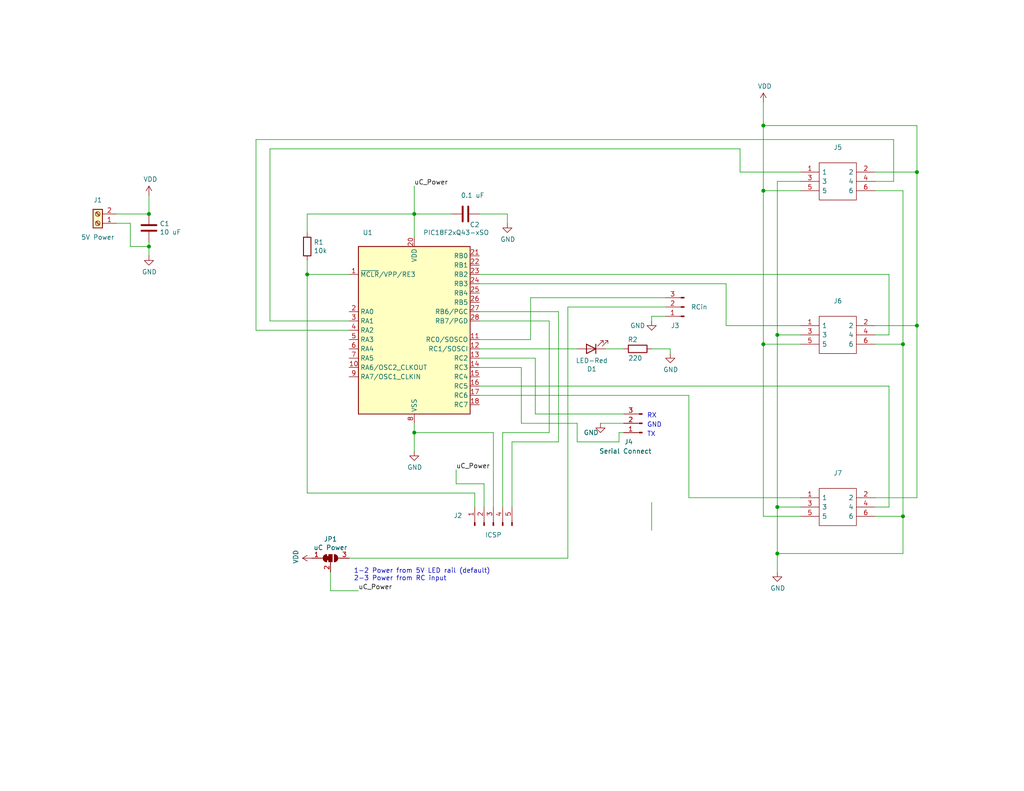
<source format=kicad_sch>
(kicad_sch (version 20211123) (generator eeschema)
  (paper "A")
  (title_block (title "LED Controller") (date "2021-02-14") (rev "V1") (company "Quantum Empbedded Systems"))
  (lib_symbols
    (symbol "Connector:Conn_01x03_Male" (pin_names (offset 1.016) hide)
      (property "Reference" "J" (at 0 5.08 0))
      (property "Value" "Conn_01x03_Male" (at 0 -5.08 0))
      (symbol "Conn_01x03_Male_1_1"
        (polyline (pts (xy 1.27 -2.54) (xy 0.8636 -2.54)) (stroke (width 0.1524)))
        (polyline (pts (xy 1.27 0) (xy 0.8636 0)) (stroke (width 0.1524)))
        (polyline (pts (xy 1.27 2.54) (xy 0.8636 2.54)) (stroke (width 0.1524)))
        (rectangle (start 0.8636 -2.413) (end 0 -2.667) (stroke (width 0.1524)) (fill (type outline)))
        (rectangle (start 0.8636 0.127) (end 0 -0.127) (stroke (width 0.1524)) (fill (type outline)))
        (rectangle (start 0.8636 2.667) (end 0 2.413) (stroke (width 0.1524)) (fill (type outline)))
        (pin passive line (at 5.08 2.54 180) (length 3.81) (name "Pin_1") (number "1"))
        (pin passive line (at 5.08 0 180) (length 3.81) (name "Pin_2") (number "2"))
        (pin passive line (at 5.08 -2.54 180) (length 3.81) (name "Pin_3") (number "3"))
      )
    )
    (symbol "Connector:Conn_01x05_Male" (pin_names (offset 1.016) hide)
      (property "Reference" "J" (at 0 7.62 0))
      (property "Value" "Conn_01x05_Male" (at 0 -7.62 0))
      (symbol "Conn_01x05_Male_1_1"
        (polyline (pts (xy 1.27 -5.08) (xy 0.8636 -5.08)) (stroke (width 0.1524)))
        (polyline (pts (xy 1.27 -2.54) (xy 0.8636 -2.54)) (stroke (width 0.1524)))
        (polyline (pts (xy 1.27 0) (xy 0.8636 0)) (stroke (width 0.1524)))
        (polyline (pts (xy 1.27 2.54) (xy 0.8636 2.54)) (stroke (width 0.1524)))
        (polyline (pts (xy 1.27 5.08) (xy 0.8636 5.08)) (stroke (width 0.1524)))
        (rectangle (start 0.8636 -4.953) (end 0 -5.207) (stroke (width 0.1524)) (fill (type outline)))
        (rectangle (start 0.8636 -2.413) (end 0 -2.667) (stroke (width 0.1524)) (fill (type outline)))
        (rectangle (start 0.8636 0.127) (end 0 -0.127) (stroke (width 0.1524)) (fill (type outline)))
        (rectangle (start 0.8636 2.667) (end 0 2.413) (stroke (width 0.1524)) (fill (type outline)))
        (rectangle (start 0.8636 5.207) (end 0 4.953) (stroke (width 0.1524)) (fill (type outline)))
        (pin passive line (at 5.08 5.08 180) (length 3.81) (name "Pin_1") (number "1"))
        (pin passive line (at 5.08 2.54 180) (length 3.81) (name "Pin_2") (number "2"))
        (pin passive line (at 5.08 0 180) (length 3.81) (name "Pin_3") (number "3"))
        (pin passive line (at 5.08 -2.54 180) (length 3.81) (name "Pin_4") (number "4"))
        (pin passive line (at 5.08 -5.08 180) (length 3.81) (name "Pin_5") (number "5"))
      )
    )
    (symbol "Connector:Screw_Terminal_01x02" (pin_names (offset 1.016) hide)
      (property "Reference" "J" (at 0 2.54 0))
      (property "Value" "Screw_Terminal_01x02" (at 0 -5.08 0))
      (symbol "Screw_Terminal_01x02_1_1"
        (rectangle (start -1.27 1.27) (end 1.27 -3.81) (stroke (width 0.254)) (fill (type background)))
        (circle (center 0 -2.54) (radius 0.635) (stroke (width 0.1524)))
        (polyline (pts (xy -0.5334 -2.2098) (xy 0.3302 -3.048)) (stroke (width 0.1524)))
        (polyline (pts (xy -0.5334 0.3302) (xy 0.3302 -0.508)) (stroke (width 0.1524)))
        (polyline (pts (xy -0.3556 -2.032) (xy 0.508 -2.8702)) (stroke (width 0.1524)))
        (polyline (pts (xy -0.3556 0.508) (xy 0.508 -0.3302)) (stroke (width 0.1524)))
        (circle (center 0 0) (radius 0.635) (stroke (width 0.1524)))
        (pin passive line (at -5.08 0 0) (length 3.81) (name "Pin_1") (number "1"))
        (pin passive line (at -5.08 -2.54 0) (length 3.81) (name "Pin_2") (number "2"))
      )
    )
    (symbol "Device:C" (pin_numbers hide) (pin_names (offset 0.254))
      (property "Reference" "C" (at 0.635 2.54 0))
      (property "Value" "C" (at 0.635 -2.54 0))
      (symbol "C_0_1"
        (polyline (pts (xy -2.032 -0.762) (xy 2.032 -0.762)) (stroke (width 0.508)))
        (polyline (pts (xy -2.032 0.762) (xy 2.032 0.762)) (stroke (width 0.508)))
      )
      (symbol "C_1_1"
        (pin passive line (at 0 3.81 270) (length 2.794) (name "~") (number "1"))
        (pin passive line (at 0 -3.81 90) (length 2.794) (name "~") (number "2"))
      )
    )
    (symbol "Device:LED" (pin_numbers hide) (pin_names (offset 1.016) hide)
      (property "Reference" "D" (at 0 2.54 0))
      (property "Value" "LED" (at 0 -2.54 0))
      (symbol "LED_0_1"
        (polyline (pts (xy -1.27 -1.27) (xy -1.27 1.27)) (stroke (width 0.254)))
        (polyline (pts (xy -1.27 0) (xy 1.27 0)))
        (polyline (pts (xy 1.27 -1.27) (xy 1.27 1.27) (xy -1.27 0) (xy 1.27 -1.27)) (stroke (width 0.254)))
        (polyline (pts (xy -3.048 -0.762) (xy -4.572 -2.286) (xy -3.81 -2.286) (xy -4.572 -2.286) (xy -4.572 -1.524)))
        (polyline (pts (xy -1.778 -0.762) (xy -3.302 -2.286) (xy -2.54 -2.286) (xy -3.302 -2.286) (xy -3.302 -1.524)))
      )
      (symbol "LED_1_1"
        (pin passive line (at -3.81 0 0) (length 2.54) (name "K") (number "1"))
        (pin passive line (at 3.81 0 180) (length 2.54) (name "A") (number "2"))
      )
    )
    (symbol "Device:R" (pin_numbers hide) (pin_names (offset 0))
      (property "Reference" "R" (at 2.032 0 90))
      (property "Value" "R" (at 0 0 90))
      (symbol "R_0_1"
        (rectangle (start -1.016 -2.54) (end 1.016 2.54) (stroke (width 0.254)))
      )
      (symbol "R_1_1"
        (pin passive line (at 0 3.81 270) (length 1.27) (name "~") (number "1"))
        (pin passive line (at 0 -3.81 90) (length 1.27) (name "~") (number "2"))
      )
    )
    (symbol "Jumper:SolderJumper_3_Bridged12" (pin_names (offset 0) hide)
      (property "Reference" "JP" (at -2.54 -2.54 0))
      (property "Value" "SolderJumper_3_Bridged12" (at 0 2.794 0))
      (symbol "SolderJumper_3_Bridged12_0_1"
        (rectangle (start -1.016 0.508) (end -0.508 -0.508) (fill (type outline)))
        (arc (start -1.016 1.016) (mid -2.032 0) (end -1.016 -1.016))
        (arc (start -1.016 1.016) (mid -2.032 0) (end -1.016 -1.016) (fill (type outline)))
        (rectangle (start -0.508 1.016) (end 0.508 -1.016) (fill (type outline)))
        (polyline (pts (xy -2.54 0) (xy -2.032 0)))
        (polyline (pts (xy -1.016 1.016) (xy -1.016 -1.016)))
        (polyline (pts (xy 0 -1.27) (xy 0 -1.016)))
        (polyline (pts (xy 1.016 1.016) (xy 1.016 -1.016)))
        (polyline (pts (xy 2.54 0) (xy 2.032 0)))
        (arc (start 1.016 -1.016) (mid 2.032 0) (end 1.016 1.016))
        (arc (start 1.016 -1.016) (mid 2.032 0) (end 1.016 1.016) (fill (type outline)))
      )
      (symbol "SolderJumper_3_Bridged12_1_1"
        (pin passive line (at -5.08 0 0) (length 2.54) (name "A") (number "1"))
        (pin input line (at 0 -3.81 90) (length 2.54) (name "C") (number "2"))
        (pin passive line (at 5.08 0 180) (length 2.54) (name "B") (number "3"))
      )
    )
    (symbol "MCU_Microchip_PIC18:PIC18F26K22-xSO"
      (property "Reference" "U" (at -12.7 25.4 0))
      (property "Value" "PIC18F26K22-xSO" (at 12.7 25.4 0))
      (symbol "PIC18F26K22-xSO_1_1"
        (rectangle (start -15.24 22.86) (end 15.24 -22.86) (stroke (width 0.254)) (fill (type background)))
        (pin input line (at -17.78 15.24 0) (length 2.54) (name "~{MCLR}/VPP/RE3") (number "1"))
        (pin bidirectional line (at -17.78 -10.16 0) (length 2.54) (name "RA6/OSC2_CLKOUT") (number "10"))
        (pin bidirectional line (at 17.78 -2.54 180) (length 2.54) (name "RC0/SOSCO") (number "11"))
        (pin bidirectional line (at 17.78 -5.08 180) (length 2.54) (name "RC1/SOSCI") (number "12"))
        (pin bidirectional line (at 17.78 -7.62 180) (length 2.54) (name "RC2") (number "13"))
        (pin bidirectional line (at 17.78 -10.16 180) (length 2.54) (name "RC3") (number "14"))
        (pin bidirectional line (at 17.78 -12.7 180) (length 2.54) (name "RC4") (number "15"))
        (pin bidirectional line (at 17.78 -15.24 180) (length 2.54) (name "RC5") (number "16"))
        (pin bidirectional line (at 17.78 -17.78 180) (length 2.54) (name "RC6") (number "17"))
        (pin bidirectional line (at 17.78 -20.32 180) (length 2.54) (name "RC7") (number "18"))
        (pin passive line (at 0 -25.4 90) (length 2.54) hide (name "VSS") (number "19"))
        (pin bidirectional line (at -17.78 5.08 0) (length 2.54) (name "RA0") (number "2"))
        (pin power_in line (at 0 25.4 270) (length 2.54) (name "VDD") (number "20"))
        (pin bidirectional line (at 17.78 20.32 180) (length 2.54) (name "RB0") (number "21"))
        (pin bidirectional line (at 17.78 17.78 180) (length 2.54) (name "RB1") (number "22"))
        (pin bidirectional line (at 17.78 15.24 180) (length 2.54) (name "RB2") (number "23"))
        (pin bidirectional line (at 17.78 12.7 180) (length 2.54) (name "RB3") (number "24"))
        (pin bidirectional line (at 17.78 10.16 180) (length 2.54) (name "RB4") (number "25"))
        (pin bidirectional line (at 17.78 7.62 180) (length 2.54) (name "RB5") (number "26"))
        (pin bidirectional line (at 17.78 5.08 180) (length 2.54) (name "RB6/PGC") (number "27"))
        (pin bidirectional line (at 17.78 2.54 180) (length 2.54) (name "RB7/PGD") (number "28"))
        (pin bidirectional line (at -17.78 2.54 0) (length 2.54) (name "RA1") (number "3"))
        (pin bidirectional line (at -17.78 0 0) (length 2.54) (name "RA2") (number "4"))
        (pin bidirectional line (at -17.78 -2.54 0) (length 2.54) (name "RA3") (number "5"))
        (pin bidirectional line (at -17.78 -5.08 0) (length 2.54) (name "RA4") (number "6"))
        (pin bidirectional line (at -17.78 -7.62 0) (length 2.54) (name "RA5") (number "7"))
        (pin power_in line (at 0 -25.4 90) (length 2.54) (name "VSS") (number "8"))
        (pin bidirectional line (at -17.78 -12.7 0) (length 2.54) (name "RA7/OSC1_CLKIN") (number "9"))
      )
    )
    (symbol "SamacSys_Parts:TSW-102-08-L-T-RA" (pin_names (offset 0.762))
      (property "Reference" "J" (at 16.51 7.62 0))
      (property "Value" "TSW-102-08-L-T-RA" (at 16.51 5.08 0))
      (symbol "TSW-102-08-L-T-RA_0_0"
        (pin passive line (at 0 0 0) (length 5.08) (name "1") (number "1"))
        (pin passive line (at 20.32 0 180) (length 5.08) (name "2") (number "2"))
        (pin passive line (at 0 -2.54 0) (length 5.08) (name "3") (number "3"))
        (pin passive line (at 20.32 -2.54 180) (length 5.08) (name "4") (number "4"))
        (pin passive line (at 0 -5.08 0) (length 5.08) (name "5") (number "5"))
        (pin passive line (at 20.32 -5.08 180) (length 5.08) (name "6") (number "6"))
      )
      (symbol "TSW-102-08-L-T-RA_0_1"
        (polyline (pts (xy 5.08 2.54) (xy 15.24 2.54) (xy 15.24 -7.62) (xy 5.08 -7.62) (xy 5.08 2.54)) (stroke (width 0.1524)))
      )
    )
    (symbol "power:GND" (power) (pin_names (offset 0))
      (property "Value" "GND" (at 0 -3.81 0))
      (symbol "GND_0_1"
        (polyline (pts (xy 0 0) (xy 0 -1.27) (xy 1.27 -1.27) (xy 0 -2.54) (xy -1.27 -1.27) (xy 0 -1.27)))
      )
      (symbol "GND_1_1"
        (pin power_in line (at 0 0 270) (length 0) hide (name "GND") (number "1"))
      )
    )
    (symbol "power:VDD" (power) (pin_names (offset 0))
      (property "Value" "VDD" (at 0 3.81 0))
      (symbol "VDD_0_1"
        (polyline (pts (xy -0.762 1.27) (xy 0 2.54)))
        (polyline (pts (xy 0 0) (xy 0 2.54)))
        (polyline (pts (xy 0 2.54) (xy 0.762 1.27)))
      )
      (symbol "VDD_1_1"
        (pin power_in line (at 0 0 90) (length 0) hide (name "VDD") (number "1"))
      )
    )
  )
  (junction (at 246.38 140.97))
  (junction (at 40.64 58.42))
  (junction (at 246.38 93.98))
  (junction (at 250.19 46.99))
  (junction (at 208.28 52.07))
  (junction (at 212.09 138.43))
  (junction (at 208.28 34.29))
  (junction (at 212.09 91.44))
  (junction (at 83.82 74.93))
  (junction (at 40.64 67.31))
  (junction (at 212.09 151.13))
  (junction (at 113.03 118.11))
  (junction (at 208.28 93.98))
  (junction (at 250.19 88.9))
  (junction (at 113.03 58.42))
  (wire (pts (xy 113.03 118.11) (xy 113.03 115.57)))
  (wire (pts (xy 95.25 152.4) (xy 154.94 152.4)))
  (wire (pts (xy 243.84 38.1) (xy 243.84 49.53)))
  (wire (pts (xy 187.96 107.95) (xy 187.96 135.89)))
  (wire (pts (xy 129.54 134.62) (xy 83.82 134.62)))
  (wire (pts (xy 181.61 86.36) (xy 177.8 86.36)))
  (wire (pts (xy 137.16 138.43) (xy 137.16 118.11)))
  (wire (pts (xy 208.28 27.94) (xy 208.28 34.29)))
  (wire (pts (xy 170.18 115.57) (xy 163.83 115.57)))
  (wire (pts (xy 250.19 46.99) (xy 250.19 88.9)))
  (wire (pts (xy 238.76 135.89) (xy 250.19 135.89)))
  (wire (pts (xy 130.81 85.09) (xy 152.4 85.09)))
  (wire (pts (xy 129.54 138.43) (xy 129.54 134.62)))
  (wire (pts (xy 130.81 105.41) (xy 242.57 105.41)))
  (wire (pts (xy 218.44 140.97) (xy 208.28 140.97)))
  (wire (pts (xy 83.82 58.42) (xy 113.03 58.42)))
  (wire (pts (xy 246.38 140.97) (xy 246.38 151.13)))
  (wire (pts (xy 73.66 87.63) (xy 73.66 40.64)))
  (wire (pts (xy 177.8 137.16) (xy 177.8 144.78)))
  (wire (pts (xy 212.09 49.53) (xy 212.09 91.44)))
  (wire (pts (xy 157.48 115.57) (xy 157.48 120.65)))
  (wire (pts (xy 181.61 83.82) (xy 154.94 83.82)))
  (wire (pts (xy 31.75 60.96) (xy 35.56 60.96)))
  (wire (pts (xy 83.82 74.93) (xy 83.82 134.62)))
  (wire (pts (xy 242.57 105.41) (xy 242.57 138.43)))
  (wire (pts (xy 130.81 92.71) (xy 144.78 92.71)))
  (wire (pts (xy 134.62 138.43) (xy 134.62 118.11)))
  (wire (pts (xy 238.76 93.98) (xy 246.38 93.98)))
  (wire (pts (xy 130.81 77.47) (xy 198.12 77.47)))
  (wire (pts (xy 95.25 87.63) (xy 73.66 87.63)))
  (wire (pts (xy 40.64 58.42) (xy 40.64 53.34)))
  (wire (pts (xy 73.66 40.64) (xy 201.93 40.64)))
  (wire (pts (xy 168.91 118.11) (xy 170.18 118.11)))
  (wire (pts (xy 208.28 34.29) (xy 208.28 52.07)))
  (wire (pts (xy 201.93 40.64) (xy 201.93 46.99)))
  (wire (pts (xy 35.56 67.31) (xy 40.64 67.31)))
  (wire (pts (xy 83.82 74.93) (xy 83.82 71.12)))
  (wire (pts (xy 182.88 95.25) (xy 182.88 96.52)))
  (wire (pts (xy 218.44 49.53) (xy 212.09 49.53)))
  (wire (pts (xy 154.94 83.82) (xy 154.94 152.4)))
  (wire (pts (xy 138.43 58.42) (xy 130.81 58.42)))
  (wire (pts (xy 242.57 91.44) (xy 238.76 91.44)))
  (wire (pts (xy 113.03 123.19) (xy 113.03 118.11)))
  (wire (pts (xy 69.85 90.17) (xy 69.85 38.1)))
  (wire (pts (xy 242.57 74.93) (xy 242.57 91.44)))
  (wire (pts (xy 250.19 135.89) (xy 250.19 88.9)))
  (wire (pts (xy 246.38 93.98) (xy 246.38 140.97)))
  (wire (pts (xy 69.85 38.1) (xy 243.84 38.1)))
  (wire (pts (xy 165.1 95.25) (xy 170.18 95.25)))
  (wire (pts (xy 149.86 87.63) (xy 149.86 118.11)))
  (wire (pts (xy 168.91 120.65) (xy 168.91 118.11)))
  (wire (pts (xy 90.17 156.21) (xy 90.17 161.29)))
  (wire (pts (xy 95.25 90.17) (xy 69.85 90.17)))
  (wire (pts (xy 238.76 46.99) (xy 250.19 46.99)))
  (wire (pts (xy 208.28 52.07) (xy 218.44 52.07)))
  (wire (pts (xy 146.05 113.03) (xy 170.18 113.03)))
  (wire (pts (xy 95.25 74.93) (xy 83.82 74.93)))
  (wire (pts (xy 218.44 91.44) (xy 212.09 91.44)))
  (wire (pts (xy 130.81 100.33) (xy 142.24 100.33)))
  (wire (pts (xy 198.12 88.9) (xy 218.44 88.9)))
  (wire (pts (xy 139.7 138.43) (xy 139.7 120.65)))
  (wire (pts (xy 201.93 46.99) (xy 218.44 46.99)))
  (wire (pts (xy 212.09 91.44) (xy 212.09 138.43)))
  (wire (pts (xy 130.81 107.95) (xy 187.96 107.95)))
  (wire (pts (xy 113.03 58.42) (xy 113.03 50.8)))
  (wire (pts (xy 157.48 120.65) (xy 168.91 120.65)))
  (wire (pts (xy 212.09 151.13) (xy 246.38 151.13)))
  (wire (pts (xy 177.8 86.36) (xy 177.8 87.63)))
  (wire (pts (xy 124.46 132.08) (xy 124.46 128.27)))
  (wire (pts (xy 142.24 115.57) (xy 157.48 115.57)))
  (wire (pts (xy 35.56 60.96) (xy 35.56 67.31)))
  (wire (pts (xy 130.81 74.93) (xy 242.57 74.93)))
  (wire (pts (xy 243.84 49.53) (xy 238.76 49.53)))
  (wire (pts (xy 144.78 81.28) (xy 181.61 81.28)))
  (wire (pts (xy 40.64 67.31) (xy 40.64 66.04)))
  (wire (pts (xy 212.09 138.43) (xy 212.09 151.13)))
  (wire (pts (xy 132.08 132.08) (xy 124.46 132.08)))
  (wire (pts (xy 242.57 138.43) (xy 238.76 138.43)))
  (wire (pts (xy 83.82 58.42) (xy 83.82 63.5)))
  (wire (pts (xy 208.28 93.98) (xy 208.28 140.97)))
  (wire (pts (xy 40.64 69.85) (xy 40.64 67.31)))
  (wire (pts (xy 134.62 118.11) (xy 113.03 118.11)))
  (wire (pts (xy 130.81 97.79) (xy 146.05 97.79)))
  (wire (pts (xy 146.05 97.79) (xy 146.05 113.03)))
  (wire (pts (xy 238.76 52.07) (xy 246.38 52.07)))
  (wire (pts (xy 250.19 88.9) (xy 238.76 88.9)))
  (wire (pts (xy 138.43 60.96) (xy 138.43 58.42)))
  (wire (pts (xy 132.08 138.43) (xy 132.08 132.08)))
  (wire (pts (xy 144.78 92.71) (xy 144.78 81.28)))
  (wire (pts (xy 130.81 87.63) (xy 149.86 87.63)))
  (wire (pts (xy 152.4 85.09) (xy 152.4 120.65)))
  (wire (pts (xy 177.8 95.25) (xy 182.88 95.25)))
  (wire (pts (xy 218.44 138.43) (xy 212.09 138.43)))
  (wire (pts (xy 113.03 58.42) (xy 113.03 64.77)))
  (wire (pts (xy 187.96 135.89) (xy 218.44 135.89)))
  (wire (pts (xy 212.09 151.13) (xy 212.09 156.21)))
  (wire (pts (xy 250.19 46.99) (xy 250.19 34.29)))
  (wire (pts (xy 113.03 58.42) (xy 123.19 58.42)))
  (wire (pts (xy 90.17 161.29) (xy 97.79 161.29)))
  (wire (pts (xy 31.75 58.42) (xy 40.64 58.42)))
  (wire (pts (xy 142.24 100.33) (xy 142.24 115.57)))
  (wire (pts (xy 139.7 120.65) (xy 152.4 120.65)))
  (wire (pts (xy 130.81 95.25) (xy 157.48 95.25)))
  (wire (pts (xy 238.76 140.97) (xy 246.38 140.97)))
  (wire (pts (xy 208.28 52.07) (xy 208.28 93.98)))
  (wire (pts (xy 208.28 93.98) (xy 218.44 93.98)))
  (wire (pts (xy 250.19 34.29) (xy 208.28 34.29)))
  (wire (pts (xy 246.38 52.07) (xy 246.38 93.98)))
  (wire (pts (xy 198.12 77.47) (xy 198.12 88.9)))
  (wire (pts (xy 137.16 118.11) (xy 149.86 118.11)))
  (text "GND" (at 176.53 116.84 0) (effects (font (size 1.27 1.27)) (justify left bottom)))
  (text "TX" (at 176.53 119.38 0) (effects (font (size 1.27 1.27)) (justify left bottom)))
  (text "1-2 Power from 5V LED rail (default)\n2-3 Power from RC input" (at 96.52 158.75 0) (effects (font (size 1.27 1.27)) (justify left bottom)))
  (text "RX" (at 176.53 114.3 0) (effects (font (size 1.27 1.27)) (justify left bottom)))
  (label "uC_Power" (at 113.03 50.8 0))
  (label "uC_Power" (at 124.46 128.27 0))
  (label "uC_Power" (at 97.79 161.29 0))
  (symbol (lib_id "Connector:Conn_01x03_Male") (at 186.69 83.82 180) (unit 1)
    (property "Reference" "J3" (at 185.42 88.9 0) (effects (justify left)))
    (property "Value" "RCin" (at 193.04 83.82 0) (effects (justify left)))
    (property "Footprint" "Connector_PinHeader_2.54mm:PinHeader_1x03_P2.54mm_Horizontal" (effects hide))
  )
  (symbol (lib_id "Device:R") (at 83.82 67.31 0) (unit 1)
    (property "Reference" "R1" (at 85.598 66.1416 0) (effects (justify left)))
    (property "Value" "10k" (at 85.598 68.453 0) (effects (justify left)))
    (property "Footprint" "Resistor_SMD:R_0603_1608Metric" (effects hide))
  )
  (symbol (lib_id "power:VDD") (at 85.09 152.4 90) (unit 1)
    (property "Reference" "#PWR03" (effects hide))
    (property "Value" "VDD" (at 80.6958 152.019 0))
  )
  (symbol (lib_id "power:GND") (at 113.03 123.19 0) (unit 1)
    (property "Reference" "#PWR04" (effects hide))
    (property "Value" "GND" (at 113.157 127.5842 0))
  )
  (symbol (lib_id "Connector:Conn_01x03_Male") (at 175.26 115.57 180) (unit 1)
    (property "Reference" "J4" (at 172.72 120.65 0) (effects (justify left)))
    (property "Value" "Serial Connect" (at 177.8 123.19 0) (effects (justify left)))
    (property "Footprint" "Connector_PinHeader_2.54mm:PinHeader_1x03_P2.54mm_Vertical" (effects hide))
  )
  (symbol (lib_id "Connector:Screw_Terminal_01x02") (at 26.67 60.96 180) (unit 1)
    (property "Reference" "J1" (at 26.67 54.61 0))
    (property "Value" "5V Power" (at 26.67 64.77 0))
    (property "Footprint" "Connector_Wire:SolderWire-1sqmm_1x02_P5.4mm_D1.4mm_OD2.7mm" (effects hide))
  )
  (symbol (lib_id "Device:C") (at 40.64 62.23 0) (unit 1)
    (property "Reference" "C1" (at 43.561 61.0616 0) (effects (justify left)))
    (property "Value" "10 uF" (at 43.561 63.373 0) (effects (justify left)))
    (property "Footprint" "Capacitor_SMD:C_1206_3216Metric_Pad1.33x1.80mm_HandSolder" (effects hide))
  )
  (symbol (lib_id "MCU_Microchip_PIC18:PIC18F26K22-xSO") (at 113.03 90.17 0) (unit 1)
    (property "Reference" "U1" (at 100.33 63.5 0))
    (property "Value" "PIC18F2xQ43-xSO" (at 124.46 63.5 0))
    (property "Footprint" "Package_SO:SOIC-28W_7.5x17.9mm_P1.27mm" (effects hide))
    (property "Datasheet" "http://ww1.microchip.com/downloads/en/DeviceDoc/40001412G.pdf" (effects hide))
  )
  (symbol (lib_id "Device:C") (at 127 58.42 270) (unit 1)
    (property "Reference" "C2" (at 128.1684 61.341 90) (effects (justify left)))
    (property "Value" "0.1 uF" (at 125.73 53.34 90) (effects (justify left)))
    (property "Footprint" "Capacitor_SMD:C_0603_1608Metric_Pad1.08x0.95mm_HandSolder" (effects hide))
  )
  (symbol (lib_id "power:VDD") (at 40.64 53.34 0) (unit 1)
    (property "Reference" "#PWR01" (effects hide))
    (property "Value" "VDD" (at 41.021 48.9458 0))
  )
  (symbol (lib_id "power:GND") (at 40.64 69.85 0) (unit 1)
    (property "Reference" "#PWR02" (effects hide))
    (property "Value" "GND" (at 40.767 74.2442 0))
  )
  (symbol (lib_id "power:GND") (at 138.43 60.96 0) (unit 1)
    (property "Reference" "#PWR05" (effects hide))
    (property "Value" "GND" (at 138.557 65.3542 0))
  )
  (symbol (lib_id "Device:LED") (at 161.29 95.25 180) (unit 1)
    (property "Reference" "D1" (at 161.4678 100.7618 0))
    (property "Value" "LED-Red" (at 161.4678 98.4504 0))
    (property "Footprint" "LED_SMD:LED_0603_1608Metric_Pad1.05x0.95mm_HandSolder" (effects hide))
  )
  (symbol (lib_id "Device:R") (at 173.99 95.25 90) (unit 1)
    (property "Reference" "R2" (at 173.99 92.71 90) (effects (justify left)))
    (property "Value" "220" (at 175.26 97.79 90) (effects (justify left)))
    (property "Footprint" "Resistor_SMD:R_0603_1608Metric" (effects hide))
  )
  (symbol (lib_id "power:GND") (at 182.88 96.52 0) (unit 1)
    (property "Reference" "#PWR08" (effects hide))
    (property "Value" "GND" (at 183.007 100.9142 0))
  )
  (symbol (lib_id "power:GND") (at 163.83 115.57 0) (unit 1)
    (property "Reference" "#PWR07" (effects hide))
    (property "Value" "GND" (at 161.29 118.11 0))
  )
  (symbol (lib_id "power:VDD") (at 208.28 27.94 0) (unit 1)
    (property "Reference" "#PWR09" (effects hide))
    (property "Value" "VDD" (at 208.661 23.5458 0))
  )
  (symbol (lib_id "power:GND") (at 212.09 156.21 0) (unit 1)
    (property "Reference" "#PWR010" (effects hide))
    (property "Value" "GND" (at 212.217 160.6042 0))
  )
  (symbol (lib_id "power:GND") (at 177.8 87.63 0) (unit 1)
    (property "Reference" "#PWR06" (effects hide))
    (property "Value" "GND" (at 173.99 88.9 0))
  )
  (symbol (lib_id "SamacSys_Parts:TSW-102-08-L-T-RA") (at 218.44 46.99 0) (unit 1)
    (property "Reference" "J5" (at 228.6 40.259 0))
    (property "Value" "TSW-102-08-L-T-RA" (effects hide))
    (property "Footprint" "HDRRA6W64P254_3X2_508X254X810P" (effects hide))
    (property "Datasheet" "http://suddendocs.samtec.com/catalog_english/tsw_th.pdf" (effects hide))
    (property "Description" "CONN HEADER 6 POS .100\"" (effects hide))
    (property "Height" "8.1" (effects hide))
    (property "Mouser Part Number" "200-TSW10208LTRA" (effects hide))
    (property "Mouser Price/Stock" "https://www.mouser.co.uk/ProductDetail/Samtec/TSW-102-08-L-T-RA/?qs=rU5fayqh%252BE1g9ojY3d%2FW1A%3D%3D" (effects hide))
    (property "Manufacturer_Name" "SAMTEC" (effects hide))
    (property "Manufacturer_Part_Number" "TSW-102-08-L-T-RA" (effects hide))
  )
  (symbol (lib_id "Jumper:SolderJumper_3_Bridged12") (at 90.17 152.4 0) (unit 1)
    (property "Reference" "JP1" (at 90.17 147.193 0))
    (property "Value" "uC Power" (at 90.17 149.5044 0))
    (property "Footprint" "Jumper:SolderJumper-3_P1.3mm_Bridged12_RoundedPad1.0x1.5mm_NumberLabels" (effects hide))
  )
  (symbol (lib_id "SamacSys_Parts:TSW-102-08-L-T-RA") (at 218.44 88.9 0) (unit 1)
    (property "Reference" "J6" (at 228.6 82.169 0))
    (property "Value" "TSW-102-08-L-T-RA" (effects hide))
    (property "Footprint" "HDRRA6W64P254_3X2_508X254X810P" (effects hide))
    (property "Datasheet" "http://suddendocs.samtec.com/catalog_english/tsw_th.pdf" (effects hide))
    (property "Description" "CONN HEADER 6 POS .100\"" (effects hide))
    (property "Height" "8.1" (effects hide))
    (property "Mouser Part Number" "200-TSW10208LTRA" (effects hide))
    (property "Mouser Price/Stock" "https://www.mouser.co.uk/ProductDetail/Samtec/TSW-102-08-L-T-RA/?qs=rU5fayqh%252BE1g9ojY3d%2FW1A%3D%3D" (effects hide))
    (property "Manufacturer_Name" "SAMTEC" (effects hide))
    (property "Manufacturer_Part_Number" "TSW-102-08-L-T-RA" (effects hide))
  )
  (symbol (lib_id "SamacSys_Parts:TSW-102-08-L-T-RA") (at 218.44 135.89 0) (unit 1)
    (property "Reference" "J7" (at 228.6 129.159 0))
    (property "Value" "TSW-102-08-L-T-RA" (effects hide))
    (property "Footprint" "HDRRA6W64P254_3X2_508X254X810P" (effects hide))
    (property "Datasheet" "http://suddendocs.samtec.com/catalog_english/tsw_th.pdf" (effects hide))
    (property "Description" "CONN HEADER 6 POS .100\"" (effects hide))
    (property "Height" "8.1" (effects hide))
    (property "Mouser Part Number" "200-TSW10208LTRA" (effects hide))
    (property "Mouser Price/Stock" "https://www.mouser.co.uk/ProductDetail/Samtec/TSW-102-08-L-T-RA/?qs=rU5fayqh%252BE1g9ojY3d%2FW1A%3D%3D" (effects hide))
    (property "Manufacturer_Name" "SAMTEC" (effects hide))
    (property "Manufacturer_Part_Number" "TSW-102-08-L-T-RA" (effects hide))
  )
  (symbol (lib_id "Connector:Conn_01x05_Male") (at 134.62 143.51 90) (unit 1)
    (property "Reference" "J2" (at 124.9426 140.7668 90))
    (property "Value" "ICSP" (at 134.62 146.05 90))
    (property "Footprint" "Connector_PinHeader_2.54mm:PinHeader_1x05_P2.54mm_Vertical" (effects hide))
  )
)
</source>
